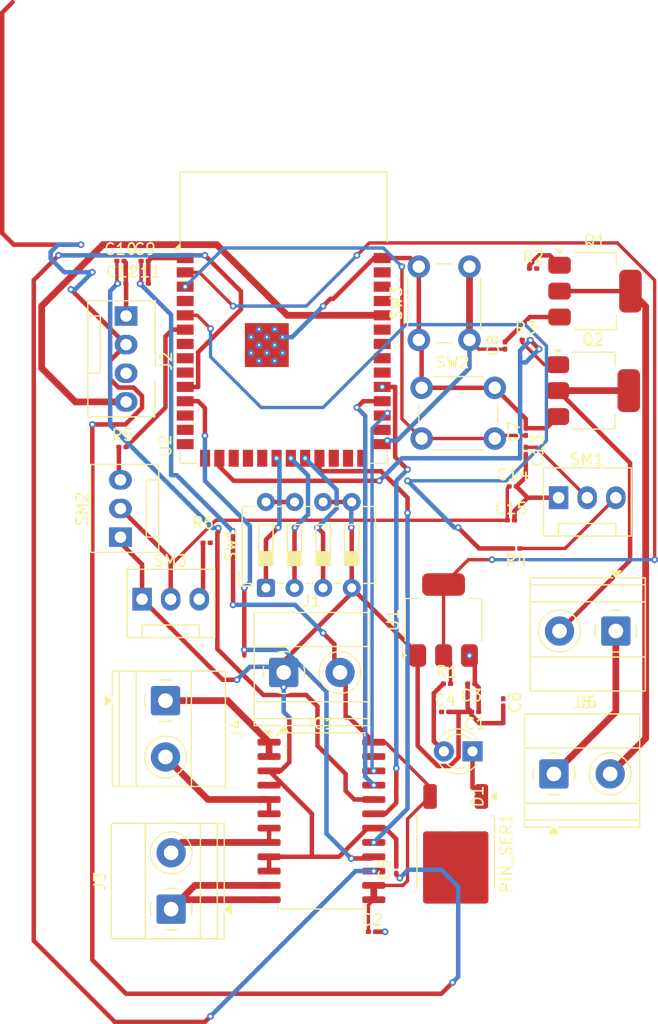
<source format=kicad_pcb>
(kicad_pcb (version 20241229) (generator "pcbnew") (generator_version "9.0")
  (layers (0 "F.Cu" signal) (2 "B.Cu" signal) (13 "F.Paste" user) (15 "B.Paste" user) (5 "F.SilkS" user "F.Silkscreen") (7 "B.SilkS" user "B.Silkscreen") (1 "F.Mask" user) (3 "B.Mask" user) (25 "Edge.Cuts" user))
  (net 0 "")
  (net 1 "+3.3V")
  (net 2 "GND")
  (net 3 "Net-(U1-VI)")
  (net 4 "VIN")
  (net 5 "+5")
  (net 6 "Net-(J5-Pin_2)")
  (net 7 "Net-(Q1-B)")
  (net 8 "Net-(Q2-B)")
  (net 9 "Net-(SM1-Pin_3)")
  (net 10 "VIN_SERV02")
  (net 11 "Net-(SM2-Pin_3)")
  (net 12 "VIN_SERV0")
  (net 13 "Net-(SM3-Pin_3)")
  (net 15 "TX")
  (net 16 "PIN_SERV01")
  (net 17 "PIN_DIP3")
  (net 19 "AIN2")
  (net 21 "PIN_SERV02")
  (net 22 "PWMA")
  (net 25 "PIN_DIP1")
  (net 26 "X")
  (net 28 "BIN1")
  (net 30 "BIN2")
  (net 33 "EN")
  (net 34 "PIN_PS1")
  (net 35 "PIN_PS2")
  (net 36 "BZ")
  (net 37 "STBY")
  (net 38 "RX")
  (net 39 "PWMB")
  (net 40 "PIN_DIP2")
  (net 41 "LAMP")
  (net 43 "AIN1")
  (net 45 "BT")
  (net 50 "Net-(IC1-VCC)")
  (net 51 "Net-(D1-A)")
  (net 52 "MA1")
  (net 53 "MB2")
  (net 54 "MB1")
  (net 55 "MA2")
  (net 56 "VIN-SERVO")
  (net 57 "Net-(J6-Pin_2)")
  (net 58 "PIN_SERV03")
  (footprint "Resistor_SMD:R_0201_0603Metric" (layer "F.Cu") (at 184.15 41.6725)
    (property "Reference" "R2")
    (property "Value" "1K")
  )
  (footprint "Connector:FanPinHeader_1x03_P2.54mm_Vertical" (layer "F.Cu") (at 147.5 65.5 90)
    (property "Reference" "SM2")
    (property "Value" "Conn_01x03_Pin")
  )
  (footprint "Package_TO_SOT_SMD:SOT-223-3_TabPin2" (layer "F.Cu") (at 189.5 52.5)
    (property "Reference" "Q2")
    (property "Value" "PZT2222A")
  )
  (footprint "Resistor_SMD:R_0201_0603Metric" (layer "F.Cu") (at 183.5 48)
    (property "Reference" "R3")
    (property "Value" "1K")
  )
  (footprint "Capacitor_SMD:C_0201_0603Metric" (layer "F.Cu") (at 183.5 56.155 90)
    (property "Reference" "C7")
    (property "Value" "0.1uf")
  )
  (footprint "RF_Module:ESP32-S3-WROOM-1" (layer "F.Cu") (at 162 46)
    (property "Reference" "U2")
    (property "Value" "ESP32-S3-WROOM-1")
  )
  (footprint "Capacitor_SMD:C_0201_0603Metric" (layer "F.Cu") (at 182.345 61)
    (property "Reference" "C14")
    (property "Value" "470uf")
  )
  (footprint "Button_Switch_THT:SW_PUSH_6mm_H7.3mm" (layer "F.Cu") (at 174 48 90)
    (property "Reference" "SW3")
    (property "Value" "SW_Push")
  )
  (footprint "Resistor_SMD:R_0201_0603Metric" (layer "F.Cu") (at 147.68 57.5)
    (property "Reference" "R5")
    (property "Value" "330")
  )
  (footprint "Capacitor_SMD:C_0201_0603Metric" (layer "F.Cu") (at 149.655 41)
    (property "Reference" "C9")
    (property "Value" "0.1uf")
  )
  (footprint "TerminalBlock_Phoenix:TerminalBlock_Phoenix_MKDS-1,5-2_1x02_P5.00mm_Horizontal" (layer "F.Cu") (at 151.5 80 -90)
    (property "Reference" "J4")
    (property "Value" "MOTOR2")
  )
  (footprint "Resistor_SMD:R_0201_0603Metric" (layer "F.Cu") (at 176.5 78.5)
    (property "Reference" "R1")
    (property "Value" "R")
  )
  (footprint "Button_Switch_THT:SW_DIP_SPSTx04_Slide_6.7x11.72mm_W7.62mm_P2.54mm_LowProfile" (layer "F.Cu") (at 160.42 70 90)
    (property "Reference" "SW1")
    (property "Value" "SW_DIP_x03")
  )
  (footprint "TerminalBlock_Phoenix:TerminalBlock_Phoenix_MKDS-1,5-2_1x02_P5.00mm_Horizontal" (layer "F.Cu") (at 152 98.5 90)
    (property "Reference" "J3")
    (property "Value" "MOTOT 1")
  )
  (footprint "Connector:FanPinHeader_1x03_P2.54mm_Vertical" (layer "F.Cu") (at 186.42 62)
    (property "Reference" "SM1")
    (property "Value" "Conn_01x03_Pin")
  )
  (footprint "Capacitor_SMD:C_0201_0603Metric" (layer "F.Cu") (at 178.655 78.5 180)
    (property "Reference" "C3")
    (property "Value" "0.1uf")
  )
  (footprint "Package_TO_SOT_SMD:SOT-223-3_TabPin2" (layer "F.Cu") (at 176.2 72.85 90)
    (property "Reference" "U1")
    (property "Value" "AMS1117-3.3")
  )
  (footprint "Capacitor_SMD:C_0201_0603Metric" (layer "F.Cu") (at 183.5 57.845 -90)
    (property "Reference" "C13")
    (property "Value" "470uf")
  )
  (footprint "TerminalBlock_Phoenix:TerminalBlock_Phoenix_MKDS-1,5-2_1x02_P5.00mm_Horizontal" (layer "F.Cu") (at 162 77.5)
    (property "Reference" "J1")
    (property "Value" "Screw_Terminal_01x02")
  )
  (footprint "Capacitor_SMD:C_0201_0603Metric" (layer "F.Cu") (at 169.845 100.5)
    (property "Reference" "C2")
    (property "Value" "0.1uf")
  )
  (footprint "Package_TO_SOT_SMD:SOT-223-3_TabPin2" (layer "F.Cu") (at 189.65 43.6725)
    (property "Reference" "Q1")
    (property "Value" "PZT2222A")
  )
  (footprint "Capacitor_SMD:C_0201_0603Metric" (layer "F.Cu") (at 147.5 41)
    (property "Reference" "C10")
    (property "Value" "0.1uf")
  )
  (footprint "Capacitor_SMD:C_0201_0603Metric" (layer "F.Cu") (at 149.655 43)
    (property "Reference" "C11")
    (property "Value" "10uf")
  )
  (footprint "Capacitor_SMD:C_0201_0603Metric" (layer "F.Cu") (at 147.655 43)
    (property "Reference" "C12")
    (property "Value" "10uf")
  )
  (footprint "TerminalBlock_Phoenix:TerminalBlock_Phoenix_MKDS-1,5-2_1x02_P5.00mm_Horizontal" (layer "F.Cu") (at 186 86.5)
    (property "Reference" "J5")
    (property "Value" "LAMP")
  )
  (footprint "Button_Switch_THT:SW_PUSH_6mm_H7.3mm" (layer "F.Cu") (at 174.25 52.25)
    (property "Reference" "SW2")
    (property "Value" "SW_Push")
  )
  (footprint "Capacitor_SMD:C_0201_0603Metric" (layer "F.Cu") (at 181.5 80.155 -90)
    (property "Reference" "C6")
    (property "Value" "0.1uf")
  )
  (footprint "LED_THT:LED_D3.0mm" (layer "F.Cu") (at 178.77 84.5 180)
    (property "Reference" "D1")
    (property "Value" "LED")
  )
  (footprint "Package_TO_SOT_SMD:TO-252-2" (layer "F.Cu") (at 177.28 93.54 -90)
    (property "Reference" "PIN_SER1")
    (property "Value" "AZ1117D-ADJ")
  )
  (footprint "Capacitor_SMD:C_0201_0603Metric" (layer "F.Cu") (at 181.655 48.5 90)
    (property "Reference" "C8")
    (property "Value" "0.1uf")
  )
  (footprint "TerminalBlock_Phoenix:TerminalBlock_Phoenix_MKDS-1,5-2_1x02_P5.00mm_Horizontal" (layer "F.Cu") (at 191.5 73.8275 180)
    (property "Reference" "J6")
    (property "Value" "BZ")
  )
  (footprint "Resistor_SMD:R_0201_0603Metric" (layer "F.Cu") (at 155.155 66)
    (property "Reference" "R6")
    (property "Value" "330")
  )
  (footprint "Capacitor_SMD:C_0201_0603Metric" (layer "F.Cu") (at 176.345 81)
    (property "Reference" "C4")
    (property "Value" "0.1uf")
  )
  (footprint "Connector:FanPinHeader_1x04_P2.54mm_Vertical" (layer "F.Cu") (at 148 45.88 -90)
    (property "Reference" "J2")
    (property "Value" "Conn_01x04_Pin")
  )
  (footprint "Capacitor_SMD:C_0201_0603Metric" (layer "F.Cu") (at 182.18 64)
    (property "Reference" "C15")
    (property "Value" "470uf")
  )
  (footprint "Connector:FanPinHeader_1x03_P2.54mm_Vertical" (layer "F.Cu") (at 149.42 71)
    (property "Reference" "SM3")
    (property "Value" "Conn_01x03_Pin")
  )
  (footprint "Capacitor_SMD:C_0201_0603Metric" (layer "F.Cu") (at 179 81 180)
    (property "Reference" "C1")
    (property "Value" "0.1uf")
  )
  (footprint "Capacitor_SMD:C_0201_0603Metric" (layer "F.Cu") (at 172 95 90)
    (property "Reference" "C5")
    (property "Value" "0.1uf")
  )
  (footprint "Resistor_SMD:R_0201_0603Metric" (layer "F.Cu") (at 182.655 66.5 180)
    (property "Reference" "R4")
    (property "Value" "330")
  )
  (footprint "Package_SO:SOIC-24W_7.5x15.4mm_P1.27mm" (layer "F.Cu") (at 165.35 90.675)
    (property "Reference" "IC1")
    (property "Value" "TB6612FNG,C,8,EL")
  )
  (segment (start 160.42 62.38) (end 162.96 62.38) (width 0.4) (layer "F.Cu") (net 0))
  (segment (start 176.2 76) (end 176.82 76.62) (width 0.3) (layer "F.Cu") (net 1))
  (segment (start 154.51 42.01) (end 157.5 45) (width 0.3) (layer "F.Cu") (net 1))
  (segment (start 178.4 67.5) (end 176.2 69.7) (width 0.3) (layer "F.Cu") (net 1))
  (segment (start 176.82 76.62) (end 176.82 78.5) (width 0.3) (layer "F.Cu") (net 1))
  (segment (start 153.25 42.01) (end 154.51 42.01) (width 0.3) (layer "F.Cu") (net 1))
  (segment (start 168.5 40.5) (end 169.599 39.401) (width 0.3) (layer "F.Cu") (net 1))
  (segment (start 194.951 42.712732) (end 194.951 67.5) (width 0.3) (layer "F.Cu") (net 1))
  (segment (start 169.599 39.401) (end 191.639268 39.401) (width 0.3) (layer "F.Cu") (net 1))
  (segment (start 176.2 69.7) (end 176.2 76) (width 0.3) (layer "F.Cu") (net 1))
  (segment (start 191.639268 39.401) (end 194.951 42.712732) (width 0.3) (layer "F.Cu") (net 1))
  (segment (start 180.5 67.5) (end 178.4 67.5) (width 0.3) (layer "F.Cu") (net 1))
  (via (at 157.5 45) (size 0.6) (drill 0.3) (layers "F.Cu" "B.Cu") (net 1))
  (via (at 194.951 67.5) (size 0.6) (drill 0.3) (layers "F.Cu" "B.Cu") (net 1))
  (via (at 168.5 40.5) (size 0.6) (drill 0.3) (layers "F.Cu" "B.Cu") (net 1))
  (via (at 180.5 67.5) (size 0.6) (drill 0.3) (layers "F.Cu" "B.Cu") (net 1))
  (segment (start 157.5 45) (end 164 45) (width 0.3) (layer "B.Cu") (net 1))
  (segment (start 194.951 67.5) (end 180.5 67.5) (width 0.3) (layer "B.Cu") (net 1))
  (segment (start 164 45) (end 168.5 40.5) (width 0.3) (layer "B.Cu") (net 1))
  (segment (start 160.7 86.23) (end 164.5 90.03) (width 0.4) (layer "F.Cu") (net 2))
  (segment (start 168.04 64.69) (end 168 64.65) (width 0.4) (layer "F.Cu") (net 2))
  (segment (start 183.5 58.165) (end 183.5 60.165) (width 0.4) (layer "F.Cu") (net 2))
  (segment (start 183.665 62) (end 182.665 61) (width 0.4) (layer "F.Cu") (net 2))
  (segment (start 178.68 81) (end 178.335 80.655) (width 0.4) (layer "F.Cu") (net 2))
  (segment (start 182.5 63.165) (end 183.665 62) (width 0.4) (layer "F.Cu") (net 2))
  (segment (start 164.5 90.03) (end 164.5 93.85) (width 0.4) (layer "F.Cu") (net 2))
  (segment (start 147.5 66) (end 149.42 67.92) (width 0.4) (layer "F.Cu") (net 2))
  (segment (start 181.5 82) (end 179.378708 82) (width 0.4) (layer "F.Cu") (net 2))
  (segment (start 172 92.285001) (end 171.024999 91.31) (width 0.4) (layer "F.Cu") (net 2))
  (segment (start 171.024999 91.31) (end 170 91.31) (width 0.4) (layer "F.Cu") (net 2))
  (segment (start 178.68 81.301292) (end 178.68 81) (width 0.4) (layer "F.Cu") (net 2))
  (segment (start 166.15 44.35) (end 165.5 45) (width 0.4) (layer "F.Cu") (net 2))
  (segment (start 177.531 85.038892) (end 177.531 81.031) (width 0.4) (layer "F.Cu") (net 2))
  (segment (start 147.5 65.5) (end 147.5 66) (width 0.4) (layer "F.Cu") (net 2))
  (segment (start 147.975 41.155) (end 147.975 43) (width 0.4) (layer "F.Cu") (net 2))
  (segment (start 183.5 55) (end 180.75 52.25) (width 0.4) (layer "F.Cu") (net 2))
  (segment (start 162.5 85.454999) (end 161.724999 86.23) (width 0.4) (layer "F.Cu") (net 2))
  (segment (start 149.975 43) (end 149.975 41) (width 0.4) (layer "F.Cu") (net 2))
  (segment (start 178.335 80.655) (end 178.335 78.5) (width 0.4) (layer "F.Cu") (net 2))
  (segment (start 183.5 55.835) (end 185.315 55.835) (width 0.4) (layer "F.Cu") (net 2))
  (segment (start 174 48) (end 174 41.5) (width 0.4) (layer "F.Cu") (net 2))
  (segment (start 166.408 44.35) (end 166.15 44.35) (width 0.4) (layer "F.Cu") (net 2))
  (segment (start 164.5 93.85) (end 166.921612 93.85) (width 0.4) (layer "F.Cu") (net 2))
  (segment (start 173.24 40.74) (end 170.75 40.74) (width 0.4) (layer "F.Cu") (net 2))
  (segment (start 173.9 76) (end 173.9 84.009892) (width 0.4) (layer "F.Cu") (net 2))
  (segment (start 175.691108 85.801) (end 176.768892 85.801) (width 0.4) (layer "F.Cu") (net 2))
  (segment (start 168.04 70) (end 168.04 70.46) (width 0.4) (layer "F.Cu") (net 2))
  (segment (start 147.82 41) (end 147.975 41.155) (width 0.4) (layer "F.Cu") (net 2))
  (segment (start 178.77 87.71) (end 179.56 88.5) (width 0.4) (layer "F.Cu") (net 2))
  (segment (start 161.5 77) (end 162 77.5) (width 0.4) (layer "F.Cu") (net 2))
  (segment (start 170.75 40.74) (end 170.018 40.74) (width 0.4) (layer "F.Cu") (net 2))
  (segment (start 183.5 60.165) (end 182.665 61) (width 0.4) (layer "F.Cu") (net 2))
  (segment (start 168.04 70.46) (end 161.5 77) (width 0.4) (layer "F.Cu") (net 2))
  (segment (start 179.378708 82) (end 178.68 81.301292) (width 0.4) (layer "F.Cu") (net 2))
  (segment (start 173.9 84.009892) (end 175.691108 85.801) (width 0.4) (layer "F.Cu") (net 2))
  (segment (start 181.5 80.475) (end 181.5 82) (width 0.4) (layer "F.Cu") (net 2))
  (segment (start 149.42 67.92) (end 149.42 71) (width 0.4) (layer "F.Cu") (net 2))
  (segment (start 148 43.025) (end 147.975 43) (width 0.4) (layer "F.Cu") (net 2))
  (segment (start 174.25 52.25) (end 174.25 48.25) (width 0.4) (layer "F.Cu") (net 2))
  (segment (start 174.25 48.25) (end 174 48) (width 0.4) (layer "F.Cu") (net 2))
  (segment (start 161.724999 86.23) (end 160.7 86.23) (width 0.4) (layer "F.Cu") (net 2))
  (segment (start 182.5 64) (end 182.5 63.165) (width 0.4) (layer "F.Cu") (net 2))
  (segment (start 177.5 81) (end 178.68 81) (width 0.4) (layer "F.Cu") (net 2))
  (segment (start 186.5 45.9725) (end 183.8625 45.9725) (width 0.4) (layer "F.Cu") (net 2))
  (segment (start 160.7 95.12) (end 160.7 93.85) (width 0.4) (layer "F.Cu") (net 2))
  (segment (start 176.665 81) (end 177.5 81) (width 0.4) (layer "F.Cu") (net 2))
  (segment (start 168.04 62.38) (end 165.5 62.38) (width 0.4) (layer "F.Cu") (net 2))
  (segment (start 178.77 84.5) (end 178.77 87.71) (width 0.4) (layer "F.Cu") (net 2))
  (segment (start 166.921612 93.85) (end 169.461612 91.31) (width 0.4) (layer "F.Cu") (net 2))
  (segment (start 171 100.5) (end 170.165 100.5) (width 0.4) (layer "F.Cu") (net 2))
  (segment (start 162.5 81.5) (end 162.5 85.454999) (width 0.4) (layer "F.Cu") (net 2))
  (segment (start 160.7 93.85) (end 164.5 93.85) (width 0.4) (layer "F.Cu") (net 2))
  (segment (start 177.531 81.031) (end 177.5 81) (width 0.4) (layer "F.Cu") (net 2))
  (segment (start 183.5 55.835) (end 183.5 55) (width 0.4) (layer "F.Cu") (net 2))
  (segment (start 172 94.68) (end 172 92.285001) (width 0.4) (layer "F.Cu") (net 2))
  (segment (start 174 41.5) (end 173.24 40.74) (width 0.4) (layer "F.Cu") (net 2))
  (segment (start 153.25 40.74) (end 150.235 40.74) (width 0.4) (layer "F.Cu") (net 2))
  (segment (start 176.768892 85.801) (end 177.531 85.038892) (width 0.4) (layer "F.Cu") (net 2))
  (segment (start 180.75 52.25) (end 174.25 52.25) (width 0.4) (layer "F.Cu") (net 2))
  (segment (start 170.018 40.74) (end 166.408 44.35) (width 0.4) (layer "F.Cu") (net 2))
  (segment (start 156.569169 78.149169) (end 157.850831 78.149169) (width 0.4) (layer "F.Cu") (net 2))
  (segment (start 183.8625 45.9725) (end 181.655 48.18) (width 0.4) (layer "F.Cu") (net 2))
  (segment (start 173.9 75.86) (end 173.9 76) (width 0.4) (layer "F.Cu") (net 2))
  (segment (start 168.04 70) (end 168.04 64.69) (width 0.4) (layer "F.Cu") (net 2))
  (segment (start 169.461612 91.31) (end 170 91.31) (width 0.4) (layer "F.Cu") (net 2))
  (segment (start 168.04 70) (end 173.9 75.86) (width 0.4) (layer "F.Cu") (net 2))
  (segment (start 186.42 62) (end 183.665 62) (width 0.4) (layer "F.Cu") (net 2))
  (segment (start 148 45.88) (end 148 43.025) (width 0.4) (layer "F.Cu") (net 2))
  (segment (start 162 77.5) (end 162 78.8) (width 0.4) (layer "F.Cu") (net 2))
  (segment (start 150.235 40.74) (end 149.975 41) (width 0.4) (layer "F.Cu") (net 2))
  (segment (start 185.315 55.835) (end 186.35 54.8) (width 0.4) (layer "F.Cu") (net 2))
  (segment (start 149.42 71) (end 156.569169 78.149169) (width 0.4) (layer "F.Cu") (net 2))
  (via (at 165.5 45) (size 0.6) (drill 0.3) (layers "F.Cu" "B.Cu") (net 2))
  (via (at 162 78.8) (size 0.6) (drill 0.3) (layers "F.Cu" "B.Cu") (net 2))
  (via (at 168 64.65) (size 0.6) (drill 0.3) (layers "F.Cu" "B.Cu") (net 2))
  (via (at 157.850831 78.149169) (size 0.6) (drill 0.3) (layers "F.Cu" "B.Cu") (net 2))
  (via (at 171 100.5) (size 0.6) (drill 0.3) (layers "F.Cu" "B.Cu") (net 2))
  (segment (start 157.850831 78.149169) (end 159 77) (width 0.4) (layer "B.Cu") (net 2))
  (segment (start 162 78.8) (end 162 81) (width 0.4) (layer "B.Cu") (net 2))
  (segment (start 162 81) (end 162.5 81.5) (width 0.4) (layer "B.Cu") (net 2))
  (segment (start 168 62.42) (end 168.04 62.38) (width 0.4) (layer "B.Cu") (net 2))
  (segment (start 159 77) (end 161.5 77) (width 0.4) (layer "B.Cu") (net 2))
  (segment (start 162.74 47.76) (end 161.9 47.76) (width 0.4) (layer "B.Cu") (net 2))
  (segment (start 168 64.65) (end 168 62.42) (width 0.4) (layer "B.Cu") (net 2))
  (segment (start 165.5 45) (end 162.74 47.76) (width 0.4) (layer "B.Cu") (net 2))
  (segment (start 178.975 76.475) (end 178.5 76) (width 0.4) (layer "F.Cu") (net 3))
  (segment (start 178.975 78.5) (end 178.975 76.475) (width 0.4) (layer "F.Cu") (net 3))
  (segment (start 179.32 81) (end 179.32 78.845) (width 0.4) (layer "F.Cu") (net 3))
  (segment (start 179.32 78.845) (end 178.975 78.5) (width 0.4) (layer "F.Cu") (net 3))
  (via (at 178.5 76) (size 0.6) (drill 0.3) (layers "F.Cu" "B.Cu") (net 3))
  (segment (start 167.81 81.5) (end 170 83.69) (width 0.4) (layer "F.Cu") (net 4))
  (segment (start 157.5 71.5) (end 157.5 65) (width 0.4) (layer "F.Cu") (net 4))
  (segment (start 171.024999 83.69) (end 175 87.665001) (width 0.3) (layer "F.Cu") (net 4))
  (segment (start 175 87.665001) (end 175 88.5) (width 0.3) (layer "F.Cu") (net 4))
  (segment (start 167.5 81.5) (end 167.5 78) (width 0.4) (layer "F.Cu") (net 4))
  (segment (start 172.582877 96.391) (end 172.043569 96.391) (width 0.3) (layer "F.Cu") (net 4))
  (segment (start 169.525 98.135) (end 170 97.66) (width 0.3) (layer "F.Cu") (net 4))
  (segment (start 172.043569 96.391) (end 172.042569 96.39) (width 0.3) (layer "F.Cu") (net 4))
  (segment (start 170 96.39) (end 170 97.66) (width 0.6) (layer "F.Cu") (net 4))
  (segment (start 167.5 78) (end 166.5 77) (width 0.4) (layer "F.Cu") (net 4))
  (segment (start 169.525 100.5) (end 169.525 98.135) (width 0.3) (layer "F.Cu") (net 4))
  (segment (start 172.964223 96.009654) (end 172.582877 96.391) (width 0.3) (layer "F.Cu") (net 4))
  (segment (start 173 90.5) (end 173 96) (width 0.3) (layer "F.Cu") (net 4))
  (segment (start 167.5 81.5) (end 167.81 81.5) (width 0.4) (layer "F.Cu") (net 4))
  (segment (start 166.5 77) (end 166.5 75) (width 0.4) (layer "F.Cu") (net 4))
  (segment (start 170 83.69) (end 171.024999 83.69) (width 0.3) (layer "F.Cu") (net 4))
  (segment (start 175 88.5) (end 173 90.5) (width 0.3) (layer "F.Cu") (net 4))
  (segment (start 149.335 41) (end 149.335 43) (width 0.3) (layer "F.Cu") (net 4))
  (segment (start 173 96) (end 172.964223 96) (width 0.3) (layer "F.Cu") (net 4))
  (segment (start 166.5 75) (end 165.5 74) (width 0.4) (layer "F.Cu") (net 4))
  (segment (start 172.964223 96) (end 172.964223 96.009654) (width 0.3) (layer "F.Cu") (net 4))
  (segment (start 172.042569 96.39) (end 170 96.39) (width 0.3) (layer "F.Cu") (net 4))
  (via (at 149.245 43.017958) (size 0.6) (drill 0.3) (layers "F.Cu" "B.Cu") (net 4))
  (via (at 165.5 74) (size 0.6) (drill 0.3) (layers "F.Cu" "B.Cu") (net 4))
  (via (at 157.5 71.5) (size 0.6) (drill 0.3) (layers "F.Cu" "B.Cu") (net 4))
  (via (at 157.5 65) (size 0.6) (drill 0.3) (layers "F.Cu" "B.Cu") (net 4))
  (segment (start 165.5 74) (end 163 71.5) (width 0.4) (layer "B.Cu") (net 4))
  (segment (start 157.5 65) (end 152.5 60) (width 0.4) (layer "B.Cu") (net 4))
  (segment (start 152.5 60) (end 152 60) (width 0.4) (layer "B.Cu") (net 4))
  (segment (start 152 60) (end 152 45.772958) (width 0.4) (layer "B.Cu") (net 4))
  (segment (start 163 71.5) (end 157.5 71.5) (width 0.4) (layer "B.Cu") (net 4))
  (segment (start 152 45.772958) (end 149.245 43.017958) (width 0.4) (layer "B.Cu") (net 4))
  (segment (start 172 95.426777) (end 172 95.32) (width 0.4) (layer "F.Cu") (net 5))
  (segment (start 149.416 52.967606) (end 148.674394 52.226) (width 0.4) (layer "F.Cu") (net 5))
  (segment (start 137 18.965742) (end 137 20.5) (width 0.4) (layer "F.Cu") (net 5))
  (segment (start 145 55.5) (end 147.940394 55.5) (width 0.4) (layer "F.Cu") (net 5))
  (segment (start 147.940394 55.5) (end 149.416 54.024394) (width 0.4) (layer "F.Cu") (net 5))
  (segment (start 172.313223 95.74) (end 172 95.426777) (width 0.4) (layer "F.Cu") (net 5))
  (segment (start 148 48.42) (end 143.105686 43.525686) (width 0.4) (layer "F.Cu") (net 5))
  (segment (start 137 20.5) (end 137 38.534258) (width 0.4) (layer "F.Cu") (net 5))
  (segment (start 148.674394 52.226) (end 147.325606 52.226) (width 0.4) (layer "F.Cu") (net 5))
  (segment (start 146.584 51.484394) (end 146.584 49.836) (width 0.4) (layer "F.Cu") (net 5))
  (segment (start 147.325606 52.226) (end 146.584 51.484394) (width 0.4) (layer "F.Cu") (net 5))
  (segment (start 177 105) (end 176 106) (width 0.4) (layer "F.Cu") (net 5))
  (segment (start 137.916742 18.049) (end 137 18.965742) (width 0.4) (layer "F.Cu") (net 5))
  (segment (start 148 106) (end 145 103) (width 0.4) (layer "F.Cu") (net 5))
  (segment (start 145 103) (end 145 55.5) (width 0.4) (layer "F.Cu") (net 5))
  (segment (start 149.416 54.024394) (end 149.416 52.967606) (width 0.4) (layer "F.Cu") (net 5))
  (segment (start 138.015742 39.55) (end 144 39.55) (width 0.4) (layer "F.Cu") (net 5))
  (segment (start 176 106) (end 148 106) (width 0.4) (layer "F.Cu") (net 5))
  (segment (start 137 38.534258) (end 138.015742 39.55) (width 0.4) (layer "F.Cu") (net 5))
  (segment (start 146.584 49.836) (end 148 48.42) (width 0.4) (layer "F.Cu") (net 5))
  (via (at 144 39.55) (size 0.6) (drill 0.3) (layers "F.Cu" "B.Cu") (net 5))
  (via (at 145 55.5) (size 0.6) (drill 0.3) (layers "F.Cu" "B.Cu") (net 5))
  (via (at 145 42) (size 0.6) (drill 0.3) (layers "F.Cu" "B.Cu") (net 5))
  (via (at 177 105) (size 0.6) (drill 0.3) (layers "F.Cu" "B.Cu") (net 5))
  (via (at 148 48.42) (size 0.6) (drill 0.3) (layers "F.Cu" "B.Cu") (net 5))
  (via (at 172.313223 95.74) (size 0.6) (drill 0.3) (layers "F.Cu" "B.Cu") (net 5))
  (via (at 143.105686 43.525686) (size 0.6) (drill 0.3) (layers "F.Cu" "B.Cu") (net 5))
  (segment (start 142.508636 42) (end 145 42) (width 0.4) (layer "B.Cu") (net 5))
  (segment (start 145 42) (end 143.474314 43.525686) (width 0.4) (layer "B.Cu") (net 5))
  (segment (start 172.313223 95.74) (end 173.053223 95) (width 0.4) (layer "B.Cu") (net 5))
  (segment (start 176 95) (end 177.5 96.5) (width 0.4) (layer "B.Cu") (net 5))
  (segment (start 143.474314 43.525686) (end 143.105686 43.525686) (width 0.4) (layer "B.Cu") (net 5))
  (segment (start 173.053223 95) (end 176 95) (width 0.4) (layer "B.Cu") (net 5))
  (segment (start 177.5 96.5) (end 177.5 104.5) (width 0.4) (layer "B.Cu") (net 5))
  (segment (start 141.299 40.209636) (end 141.299 40.790364) (width 0.4) (layer "B.Cu") (net 5))
  (segment (start 141.299 40.790364) (end 142.508636 42) (width 0.4) (layer "B.Cu") (net 5))
  (segment (start 144 39.55) (end 141.958636 39.55) (width 0.4) (layer "B.Cu") (net 5))
  (segment (start 141.958636 39.55) (end 141.299 40.209636) (width 0.4) (layer "B.Cu") (net 5))
  (segment (start 177.5 104.5) (end 177 105) (width 0.4) (layer "B.Cu") (net 5))
  (segment (start 186.5 43.6725) (end 192.8 43.6725) (width 0.4) (layer "F.Cu") (net 6))
  (segment (start 191 86.5) (end 194.151 83.349) (width 0.6) (layer "F.Cu") (net 6))
  (segment (start 194.151 45.0235) (end 192.8 43.6725) (width 0.6) (layer "F.Cu") (net 6))
  (segment (start 194.151 83.349) (end 194.151 45.0235) (width 0.6) (layer "F.Cu") (net 6))
  (segment (start 183.83 41.371208) (end 184.701208 40.5) (width 0.4) (layer "F.Cu") (net 7))
  (segment (start 185.6275 40.5) (end 186.5 41.3725) (width 0.4) (layer "F.Cu") (net 7))
  (segment (start 184.701208 40.5) (end 185.6275 40.5) (width 0.4) (layer "F.Cu") (net 7))
  (segment (start 183.83 41.6725) (end 183.83 41.371208) (width 0.4) (layer "F.Cu") (net 7))
  (segment (start 183.18 48) (end 183.18 48.230582) (width 0.3) (layer "F.Cu") (net 8))
  (segment (start 185.149418 50.2) (end 186.35 50.2) (width 0.3) (layer "F.Cu") (net 8))
  (segment (start 183.18 48.230582) (end 185.149418 50.2) (width 0.3) (layer "F.Cu") (net 8))
  (segment (start 191.5 62) (end 187 66.5) (width 0.3) (layer "F.Cu") (net 9))
  (segment (start 187 66.5) (end 182.975 66.5) (width 0.3) (layer "F.Cu") (net 9))
  (segment (start 184.485 57.525) (end 183.5 57.525) (width 0.3) (layer "F.Cu") (net 10))
  (segment (start 188.96 62) (end 184.485 57.525) (width 0.3) (layer "F.Cu") (net 10))
  (segment (start 147.36 60.28) (end 147.5 60.42) (width 0.4) (layer "F.Cu") (net 11))
  (segment (start 147.36 57.5) (end 147.36 60.28) (width 0.4) (layer "F.Cu") (net 11))
  (segment (start 181.86 64) (end 155.96 64) (width 0.3) (layer "F.Cu") (net 12))
  (segment (start 182.025 61) (end 181.86 61.165) (width 0.3) (layer "F.Cu") (net 12))
  (segment (start 155.96 64) (end 151.96 68) (width 0.3) (layer "F.Cu") (net 12))
  (segment (start 151.96 67.42) (end 151.96 68) (width 0.4) (layer "F.Cu") (net 12))
  (segment (start 147.5 62.96) (end 151.96 67.42) (width 0.4) (layer "F.Cu") (net 12))
  (segment (start 181.86 61.165) (end 181.86 64) (width 0.3) (layer "F.Cu") (net 12))
  (segment (start 151.96 68) (end 151.96 71) (width 0.4) (layer "F.Cu") (net 12))
  (segment (start 154.835 70.665) (end 154.5 71) (width 0.4) (layer "F.Cu") (net 13))
  (segment (start 154.835 66) (end 154.835 70.665) (width 0.4) (layer "F.Cu") (net 13))
  (segment (start 154.32 45.82) (end 155.500707 47.000707) (width 0.3) (layer "F.Cu") (net 16))
  (segment (start 153.25 45.82) (end 154.32 45.82) (width 0.3) (layer "F.Cu") (net 16))
  (segment (start 179.35 66.5) (end 177.5 64.65) (width 0.4) (layer "F.Cu") (net 16))
  (segment (start 182.335 66.5) (end 179.35 66.5) (width 0.4) (layer "F.Cu") (net 16))
  (via (at 173 60.5) (size 0.6) (drill 0.3) (layers "F.Cu" "B.Cu") (net 16))
  (via (at 177.5 64.65) (size 0.6) (drill 0.3) (layers "F.Cu" "B.Cu") (net 16))
  (via (at 155.500707 47.000707) (size 0.6) (drill 0.3) (layers "F.Cu" "B.Cu") (net 16))
  (segment (start 155.500707 49.500707) (end 160 54) (width 0.3) (layer "B.Cu") (net 16))
  (segment (start 160 54) (end 165.5 54) (width 0.3) (layer "B.Cu") (net 16))
  (segment (start 185.335329 48.529559) (end 185.335329 56.943903) (width 0.3) (layer "B.Cu") (net 16))
  (segment (start 183.45477 46.649) (end 185.335329 48.529559) (width 0.3) (layer "B.Cu") (net 16))
  (segment (start 172.851 46.649) (end 183.45477 46.649) (width 0.3) (layer "B.Cu") (net 16))
  (segment (start 155.500707 47.000707) (end 155.500707 49.500707) (width 0.3) (layer "B.Cu") (net 16))
  (segment (start 181.779232 60.5) (end 173 60.5) (width 0.3) (layer "B.Cu") (net 16))
  (segment (start 165.5 54) (end 172.851 46.649) (width 0.3) (layer "B.Cu") (net 16))
  (segment (start 177.15 64.65) (end 173 60.5) (width 0.4) (layer "B.Cu") (net 16))
  (segment (start 185.335329 56.943903) (end 181.779232 60.5) (width 0.3) (layer "B.Cu") (net 16))
  (segment (start 177.5 64.65) (end 177.15 64.65) (width 0.4) (layer "B.Cu") (net 16))
  (segment (start 165.5 65.15) (end 165 64.65) (width 0.4) (layer "F.Cu") (net 17))
  (segment (start 165.5 70) (end 165.5 65.15) (width 0.4) (layer "F.Cu") (net 17))
  (via (at 165 64.65) (size 0.6) (drill 0.3) (layers "F.Cu" "B.Cu") (net 17))
  (via (at 163.905 58.5) (size 0.6) (drill 0.3) (layers "F.Cu" "B.Cu") (net 17))
  (segment (start 166.701 61.296) (end 163.905 58.5) (width 0.4) (layer "B.Cu") (net 17))
  (segment (start 166.701 62.949) (end 166.701 61.296) (width 0.4) (layer "B.Cu") (net 17))
  (segment (start 165 64.65) (end 166.701 62.949) (width 0.4) (layer "B.Cu") (net 17))
  (segment (start 170.991 54.71) (end 171.201 54.5) (width 0.3) (layer "F.Cu") (net 19))
  (segment (start 170.75 54.71) (end 170.991 54.71) (width 0.3) (layer "F.Cu") (net 19))
  (via (at 171.201 54.5) (size 0.6) (drill 0.3) (layers "F.Cu" "B.Cu") (net 19))
  (via (at 170 86.23) (size 0.6) (drill 0.3) (layers "F.Cu" "B.Cu") (net 19))
  (segment (start 171.201 54.5) (end 169.849 55.852) (width 0.3) (layer "B.Cu") (net 19))
  (segment (start 169.849 55.852) (end 169.849 86.079) (width 0.3) (layer "B.Cu") (net 19))
  (segment (start 169.849 86.079) (end 170 86.23) (width 0.3) (layer "B.Cu") (net 19))
  (segment (start 148 57.5) (end 151.5 54) (width 0.4) (layer "F.Cu") (net 21))
  (segment (start 151.5 54) (end 151.5 47.69) (width 0.4) (layer "F.Cu") (net 21))
  (segment (start 152.1 47.09) (end 153.25 47.09) (width 0.4) (layer "F.Cu") (net 21))
  (segment (start 151.5 47.69) (end 152.1 47.09) (width 0.4) (layer "F.Cu") (net 21))
  (segment (start 160.42 65.73) (end 161.5 64.65) (width 0.4) (layer "F.Cu") (net 25))
  (segment (start 160.42 70) (end 160.42 65.73) (width 0.4) (layer "F.Cu") (net 25))
  (via (at 161.5 64.65) (size 0.6) (drill 0.3) (layers "F.Cu" "B.Cu") (net 25))
  (via (at 161.365 58.5) (size 0.6) (drill 0.3) (layers "F.Cu" "B.Cu") (net 25))
  (segment (start 161.621 58.756) (end 161.365 58.5) (width 0.4) (layer "B.Cu") (net 25))
  (segment (start 161.621 64.529) (end 161.621 58.756) (width 0.4) (layer "B.Cu") (net 25))
  (segment (start 161.5 64.65) (end 161.621 64.529) (width 0.4) (layer "B.Cu") (net 25))
  (segment (start 173 62) (end 173 63.35) (width 0.4) (layer "F.Cu") (net 28))
  (segment (start 170.651 59.651) (end 173 62) (width 0.4) (layer "F.Cu") (net 28))
  (segment (start 165.176 59.651) (end 170.651 59.651) (width 0.4) (layer "F.Cu") (net 28))
  (segment (start 165.175 59.65) (end 165.176 59.651) (width 0.4) (layer "F.Cu") (net 28))
  (segment (start 165.175 58.5) (end 165.175 59.65) (width 0.4) (layer "F.Cu") (net 28))
  (via (at 170 92.58) (size 0.6) (drill 0.3) (layers "F.Cu" "B.Cu") (net 28))
  (via (at 173 63.35) (size 0.6) (drill 0.3) (layers "F.Cu" "B.Cu") (net 28))
  (segment (start 173 89.58) (end 170 92.58) (width 0.4) (layer "B.Cu") (net 28))
  (segment (start 173 63.35) (end 173 89.58) (width 0.4) (layer "B.Cu") (net 28))
  (segment (start 154.4 53.44) (end 155 54.04) (width 0.4) (layer "F.Cu") (net 30))
  (segment (start 169.85 94) (end 170 93.85) (width 0.4) (layer "F.Cu") (net 30))
  (segment (start 168 94) (end 169.85 94) (width 0.4) (layer "F.Cu") (net 30))
  (segment (start 155 54.04) (end 155 56.5) (width 0.4) (layer "F.Cu") (net 30))
  (segment (start 158.5 75.5) (end 158.5 76) (width 0.4) (layer "F.Cu") (net 30))
  (segment (start 153.25 53.44) (end 154.4 53.44) (width 0.4) (layer "F.Cu") (net 30))
  (segment (start 158.5 70) (end 158.5 75.5) (width 0.4) (layer "F.Cu") (net 30))
  (via (at 158.5 70) (size 0.6) (drill 0.3) (layers "F.Cu" "B.Cu") (net 30))
  (via (at 155 56.5) (size 0.6) (drill 0.3) (layers "F.Cu" "B.Cu") (net 30))
  (via (at 158.5 75.5) (size 0.6) (drill 0.3) (layers "F.Cu" "B.Cu") (net 30))
  (via (at 168 94) (size 0.6) (drill 0.3) (layers "F.Cu" "B.Cu") (net 30))
  (segment (start 165.799 79.201) (end 165.799 91.799) (width 0.4) (layer "B.Cu") (net 30))
  (segment (start 155 60.5) (end 158.5 64) (width 0.4) (layer "B.Cu") (net 30))
  (segment (start 158.5 75.5) (end 162.098 75.5) (width 0.4) (layer "B.Cu") (net 30))
  (segment (start 155 56.5) (end 155 60.5) (width 0.4) (layer "B.Cu") (net 30))
  (segment (start 159 64.5) (end 159 69.5) (width 0.4) (layer "B.Cu") (net 30))
  (segment (start 158.5 64) (end 159 64.5) (width 0.4) (layer "B.Cu") (net 30))
  (segment (start 158.5 70) (end 158.6 70) (width 0.4) (layer "B.Cu") (net 30))
  (segment (start 162.098 75.5) (end 165.799 79.201) (width 0.4) (layer "B.Cu") (net 30))
  (segment (start 165.799 91.799) (end 168 94) (width 0.4) (layer "B.Cu") (net 30))
  (segment (start 159 69.5) (end 158.5 70) (width 0.4) (layer "B.Cu") (net 30))
  (segment (start 183.5 56.475) (end 181.025 56.475) (width 0.3) (layer "F.Cu") (net 33))
  (segment (start 181.025 56.475) (end 180.75 56.75) (width 0.3) (layer "F.Cu") (net 33))
  (segment (start 174.25 56.75) (end 172.499997 54.999997) (width 0.3) (layer "F.Cu") (net 33))
  (segment (start 174.25 56.75) (end 180.75 56.75) (width 0.3) (layer "F.Cu") (net 33))
  (segment (start 172.499997 41.500003) (end 172.5 41.5) (width 0.3) (layer "F.Cu") (net 33))
  (segment (start 172.499997 54.999997) (end 172.499997 41.500003) (width 0.3) (layer "F.Cu") (net 33))
  (via (at 172.5 41.5) (size 0.6) (drill 0.3) (layers "F.Cu" "B.Cu") (net 33))
  (via (at 153.25 43.28) (size 0.6) (drill 0.3) (layers "F.Cu" "B.Cu") (net 33))
  (segment (start 156.681 39.849) (end 153.25 43.28) (width 0.3) (layer "B.Cu") (net 33))
  (segment (start 170.849 39.849) (end 156.681 39.849) (width 0.3) (layer "B.Cu") (net 33))
  (segment (start 172.5 41.5) (end 170.849 39.849) (width 0.3) (layer "B.Cu") (net 33))
  (segment (start 156.285 59.232) (end 157.553 60.5) (width 0.4) (layer "F.Cu") (net 36))
  (segment (start 156.285 58.5) (end 156.285 59.232) (width 0.4) (layer "F.Cu") (net 36))
  (segment (start 183.91 48.024884) (end 183.91 48.041342) (width 0.4) (layer "F.Cu") (net 36))
  (segment (start 183.91 48.041342) (end 184.684329 48.815671) (width 0.4) (layer "F.Cu") (net 36))
  (segment (start 157.553 60.5) (end 170.5 60.5) (width 0.4) (layer "F.Cu") (net 36))
  (via (at 183.91 48.024884) (size 0.6) (drill 0.3) (layers "F.Cu" "B.Cu") (net 36))
  (via (at 184.684329 48.815671) (size 0.6) (drill 0.3) (layers "F.Cu" "B.Cu") (net 36))
  (via (at 170.5 60.5) (size 0.6) (drill 0.3) (layers "F.Cu" "B.Cu") (net 36))
  (segment (start 184.684329 48.815671) (end 183.5 50) (width 0.4) (layer "B.Cu") (net 36))
  (segment (start 170.5 60.5) (end 172.5 58.5) (width 0.4) (layer "B.Cu") (net 36))
  (segment (start 183 50) (end 183 48.934884) (width 0.4) (layer "B.Cu") (net 36))
  (segment (start 183 48.934884) (end 183.91 48.024884) (width 0.4) (layer "B.Cu") (net 36))
  (segment (start 183 58.5) (end 183 50) (width 0.4) (layer "B.Cu") (net 36))
  (segment (start 183.5 50) (end 183 50) (width 0.4) (layer "B.Cu") (net 36))
  (segment (start 172.5 58.5) (end 183 58.5) (width 0.4) (layer "B.Cu") (net 36))
  (segment (start 171.901 52.171) (end 171.9 52.17) (width 0.4) (layer "F.Cu") (net 37))
  (segment (start 170 90.04) (end 171.024999 90.04) (width 0.4) (layer "F.Cu") (net 37))
  (segment (start 171.9 52.17) (end 170.75 52.17) (width 0.4) (layer "F.Cu") (net 37))
  (segment (start 171.901 58.401) (end 171.901 52.171) (width 0.4) (layer "F.Cu") (net 37))
  (segment (start 171.024999 90.04) (end 172 89.064999) (width 0.4) (layer "F.Cu") (net 37))
  (segment (start 173 59.5) (end 171.901 58.401) (width 0.4) (layer "F.Cu") (net 37))
  (segment (start 172 89.064999) (end 172 86) (width 0.4) (layer "F.Cu") (net 37))
  (via (at 173 59.5) (size 0.6) (drill 0.3) (layers "F.Cu" "B.Cu") (net 37))
  (via (at 170.75 52.17) (size 0.6) (drill 0.3) (layers "F.Cu" "B.Cu") (net 37))
  (via (at 172 86) (size 0.6) (drill 0.3) (layers "F.Cu" "B.Cu") (net 37))
  (segment (start 172 86) (end 172 60.5) (width 0.4) (layer "B.Cu") (net 37))
  (segment (start 172 60.5) (end 173 59.5) (width 0.4) (layer "B.Cu") (net 37))
  (segment (start 140.5 50.5) (end 143.5 53.5) (width 0.6) (layer "F.Cu") (net 38))
  (segment (start 162.32 45.82) (end 156.051 39.551) (width 0.6) (layer "F.Cu") (net 38))
  (segment (start 140.5 45) (end 140.5 50.5) (width 0.6) (layer "F.Cu") (net 38))
  (segment (start 145.949 39.551) (end 140.5 45) (width 0.6) (layer "F.Cu") (net 38))
  (segment (start 170.75 45.82) (end 162.32 45.82) (width 0.6) (layer "F.Cu") (net 38))
  (segment (start 143.5 53.5) (end 148 53.5) (width 0.6) (layer "F.Cu") (net 38))
  (segment (start 156.051 39.551) (end 145.949 39.551) (width 0.6) (layer "F.Cu") (net 38))
  (segment (start 154.4 52.17) (end 154.4 49.091364) (width 0.4) (layer "F.Cu") (net 39))
  (segment (start 158.201 45.290364) (end 158.201 43.701) (width 0.4) (layer "F.Cu") (net 39))
  (segment (start 139.799 42.701) (end 139.799 101.299) (width 0.4) (layer "F.Cu") (net 39))
  (segment (start 147 108.5) (end 155 108.5) (width 0.4) (layer "F.Cu") (net 39))
  (segment (start 142 40.5) (end 139.799 42.701) (width 0.4) (layer "F.Cu") (net 39))
  (segment (start 153.25 52.17) (end 154.4 52.17) (width 0.4) (layer "F.Cu") (net 39))
  (segment (start 139.799 101.299) (end 146.5 108) (width 0.4) (layer "F.Cu") (net 39))
  (segment (start 154.4 49.091364) (end 158.201 45.290364) (width 0.4) (layer "F.Cu") (net 39))
  (segment (start 146.5 108) (end 147 108.5) (width 0.4) (layer "F.Cu") (net 39))
  (segment (start 155 108.5) (end 155.5 108) (width 0.4) (layer "F.Cu") (net 39))
  (segment (start 158.201 43.701) (end 155 40.5) (width 0.4) (layer "F.Cu") (net 39))
  (via (at 155 40.5) (size 0.6) (drill 0.3) (layers "F.Cu" "B.Cu") (net 39))
  (via (at 142 40.5) (size 0.6) (drill 0.3) (layers "F.Cu" "B.Cu") (net 39))
  (via (at 170 95.12) (size 0.6) (drill 0.3) (layers "F.Cu" "B.Cu") (net 39))
  (via (at 155.5 108) (size 0.6) (drill 0.3) (layers "F.Cu" "B.Cu") (net 39))
  (segment (start 168.38 95.12) (end 170 95.12) (width 0.4) (layer "B.Cu") (net 39))
  (segment (start 155.5 108) (end 168.38 95.12) (width 0.4) (layer "B.Cu") (net 39))
  (segment (start 155 40.5) (end 142 40.5) (width 0.4) (layer "B.Cu") (net 39))
  (segment (start 162.96 64.69) (end 163 64.65) (width 0.4) (layer "F.Cu") (net 40))
  (segment (start 162.96 70) (end 162.96 64.69) (width 0.4) (layer "F.Cu") (net 40))
  (via (at 162.635 58.5) (size 0.6) (drill 0.3) (layers "F.Cu" "B.Cu") (net 40))
  (via (at 163 64.65) (size 0.6) (drill 0.3) (layers "F.Cu" "B.Cu") (net 40))
  (segment (start 164.161 60.026) (end 162.635 58.5) (width 0.4) (layer "B.Cu") (net 40))
  (segment (start 163 64.65) (end 164.161 63.489) (width 0.4) (layer "B.Cu") (net 40))
  (segment (start 164.161 63.489) (end 164.161 60.026) (width 0.4) (layer "B.Cu") (net 40))
  (segment (start 170.75 53.44) (end 169.06 53.44) (width 0.4) (layer "F.Cu") (net 43))
  (segment (start 169.06 53.44) (end 168.5 54) (width 0.4) (layer "F.Cu") (net 43))
  (via (at 168.5 54) (size 0.6) (drill 0.3) (layers "F.Cu" "B.Cu") (net 43))
  (via (at 170 87.5) (size 0.6) (drill 0.3) (layers "F.Cu" "B.Cu") (net 43))
  (segment (start 168.5 54) (end 169.241 54.741) (width 0.4) (layer "B.Cu") (net 43))
  (segment (start 169.241 86.741) (end 170 87.5) (width 0.4) (layer "B.Cu") (net 43))
  (segment (start 169.241 54.741) (end 169.241 86.741) (width 0.4) (layer "B.Cu") (net 43))
  (segment (start 178.5 41.5) (end 178.5 48) (width 0.6) (layer "F.Cu") (net 45))
  (segment (start 181.655 48.82) (end 179.32 48.82) (width 0.3) (layer "F.Cu") (net 45))
  (segment (start 179.32 48.82) (end 178.5 48) (width 0.3) (layer "F.Cu") (net 45))
  (segment (start 170.881002 57.25) (end 171.201 56.930002) (width 0.4) (layer "F.Cu") (net 45))
  (segment (start 170.75 57.25) (end 170.881002 57.25) (width 0.4) (layer "F.Cu") (net 45))
  (via (at 171.201 56.930002) (size 0.6) (drill 0.3) (layers "F.Cu" "B.Cu") (net 45))
  (via (at 178.5 48) (size 0.6) (drill 0.3) (layers "F.Cu" "B.Cu") (net 45))
  (segment (start 171.201 56.930002) (end 172.069998 56.930002) (width 0.4) (layer "B.Cu") (net 45))
  (segment (start 178.5 50.5) (end 178.5 48) (width 0.4) (layer "B.Cu") (net 45))
  (segment (start 172.069998 56.930002) (end 178.5 50.5) (width 0.4) (layer "B.Cu") (net 45))
  (segment (start 147.18 42.845) (end 147.335 43) (width 0.3) (layer "F.Cu") (net 50))
  (segment (start 165 84) (end 167.5 86.5) (width 0.4) (layer "F.Cu") (net 50))
  (segment (start 156.18962 65.02238) (end 156.106 65.106) (width 0.4) (layer "F.Cu") (net 50))
  (segment (start 167.5 86.5) (end 167.5 88) (width 0.4) (layer "F.Cu") (net 50))
  (segment (start 156.106 75.414388) (end 160.191612 79.5) (width 0.4) (layer "F.Cu") (net 50))
  (segment (start 168.27 88.77) (end 170 88.77) (width 0.4) (layer "F.Cu") (net 50))
  (segment (start 165 80.5) (end 165 84) (width 0.4) (layer "F.Cu") (net 50))
  (segment (start 156.106 65.106) (end 156.106 75.414388) (width 0.4) (layer "F.Cu") (net 50))
  (segment (start 164 79.5) (end 165 80.5) (width 0.4) (layer "F.Cu") (net 50))
  (segment (start 167.5 88) (end 168.27 88.77) (width 0.4) (layer "F.Cu") (net 50))
  (segment (start 160.191612 79.5) (end 164 79.5) (width 0.4) (layer "F.Cu") (net 50))
  (segment (start 147.18 41) (end 147.18 42.845) (width 0.3) (layer "F.Cu") (net 50))
  (segment (start 156.18962 64.68962) (end 156.18962 65.02238) (width 0.4) (layer "F.Cu") (net 50))
  (via (at 156.18962 64.68962) (size 0.6) (drill 0.3) (layers "F.Cu" "B.Cu") (net 50))
  (via (at 147.245 43.003576) (size 0.6) (drill 0.3) (layers "F.Cu" "B.Cu") (net 50))
  (segment (start 146.584 55.584) (end 146.584 43.664576) (width 0.4) (layer "B.Cu") (net 50))
  (segment (start 156.18962 64.68962) (end 155.68962 64.68962) (width 0.4) (layer "B.Cu") (net 50))
  (segment (start 146.584 43.664576) (end 147.245 43.003576) (width 0.4) (layer "B.Cu") (net 50))
  (segment (start 155.68962 64.68962) (end 146.584 55.584) (width 0.4) (layer "B.Cu") (net 50))
  (segment (start 175.33 83.6) (end 175.33 79.35) (width 0.4) (layer "F.Cu") (net 51))
  (segment (start 175.33 79.35) (end 176.18 78.5) (width 0.4) (layer "F.Cu") (net 51))
  (segment (start 176.23 84.5) (end 175.33 83.6) (width 0.4) (layer "F.Cu") (net 51))
  (segment (start 160.7 84.96) (end 160.7 83.69) (width 0.6) (layer "F.Cu") (net 52))
  (segment (start 157.01 80) (end 160.7 83.69) (width 0.6) (layer "F.Cu") (net 52))
  (segment (start 151.5 80) (end 157.01 80) (width 0.6) (layer "F.Cu") (net 52))
  (segment (start 160.7 92.58) (end 152.92 92.58) (width 0.6) (layer "F.Cu") (net 53))
  (segment (start 160.7 91.31) (end 160.7 92.58) (width 0.4) (layer "F.Cu") (net 53))
  (segment (start 152.92 92.58) (end 152 93.5) (width 0.6) (layer "F.Cu") (net 53))
  (segment (start 152.84 97.66) (end 152 98.5) (width 0.6) (layer "F.Cu") (net 54))
  (segment (start 154.11 96.39) (end 152 98.5) (width 0.6) (layer "F.Cu") (net 54))
  (segment (start 160.7 96.39) (end 154.11 96.39) (width 0.6) (layer "F.Cu") (net 54))
  (segment (start 160.7 97.66) (end 152.84 97.66) (width 0.6) (layer "F.Cu") (net 54))
  (segment (start 157.5 88.77) (end 160.7 88.77) (width 0.6) (layer "F.Cu") (net 55))
  (segment (start 151.5 85) (end 155.27 88.77) (width 0.6) (layer "F.Cu") (net 55))
  (segment (start 160.7 90.04) (end 160.7 88.77) (width 0.4) (layer "F.Cu") (net 55))
  (segment (start 155.27 88.77) (end 157.5 88.77) (width 0.6) (layer "F.Cu") (net 55))
  (segment (start 191.5 73.8275) (end 191.5 81) (width 0.6) (layer "F.Cu") (net 56))
  (segment (start 191.5 81) (end 186 86.5) (width 0.6) (layer "F.Cu") (net 56))
  (segment (start 186.5 73.8275) (end 192.766 67.5615) (width 0.4) (layer "F.Cu") (net 57))
  (segment (start 186.35 52.5) (end 192.65 52.5) (width 0.6) (layer "F.Cu") (net 57))
  (segment (start 192.766 58.916) (end 186.35 52.5) (width 0.4) (layer "F.Cu") (net 57))
  (segment (start 192.766 67.5615) (end 192.766 58.916) (width 0.4) (layer "F.Cu") (net 57))
)
</source>
